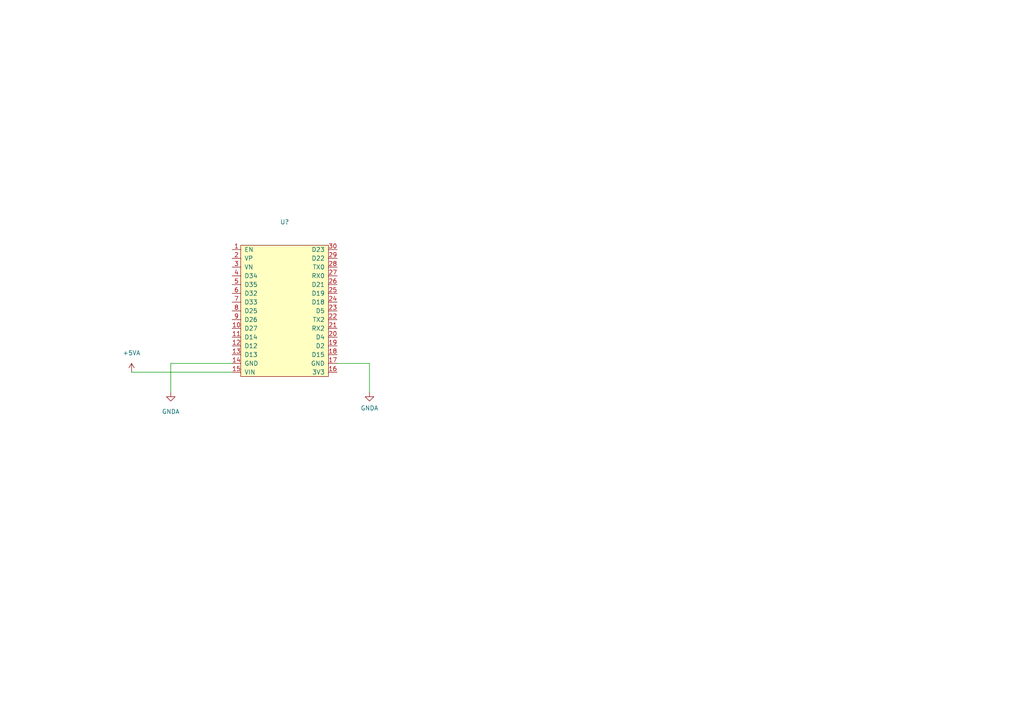
<source format=kicad_sch>
(kicad_sch (version 20211123) (generator eeschema)
  (paper "A4")
  (lib_symbols
    (symbol "knownParts:ESP32-WROOM-32D" (pin_names (offset 1.016))
      (property "Reference" "U" (at 0 -21.59 0))
      (property "Value" "ESP32-WROOM-32D" (at 0 21.59 0))
      (property "Footprint" "knownParts:ESP32-DEVKIT" (at -1.27 1.27 0))
      (symbol "ESP32-WROOM-32D_0_1"
        (rectangle (start -12.7 19.05) (end 12.7 -19.05) (fill (type background)))
      )
      (symbol "ESP32-WROOM-32D_1_1"
        (pin input line (at -15.24 17.78 0) (length 2.54) (name "EN") (number "1"))
        (pin input line (at -15.24 -5.08 0) (length 2.54) (name "D27") (number "10"))
        (pin input line (at -15.24 -7.62 0) (length 2.54) (name "D14") (number "11"))
        (pin input line (at -15.24 -10.16 0) (length 2.54) (name "D12") (number "12"))
        (pin input line (at -15.24 -12.7 0) (length 2.54) (name "D13") (number "13"))
        (pin input line (at -15.24 -15.24 0) (length 2.54) (name "GND") (number "14"))
        (pin power_in line (at -15.24 -17.78 0) (length 2.54) (name "VIN") (number "15"))
        (pin power_out line (at 15.24 -17.78 180) (length 2.54) (name "3V3") (number "16"))
        (pin input line (at 15.24 -15.24 180) (length 2.54) (name "GND") (number "17"))
        (pin input line (at 15.24 -12.7 180) (length 2.54) (name "D15") (number "18"))
        (pin input line (at 15.24 -10.16 180) (length 2.54) (name "D2") (number "19"))
        (pin input line (at -15.24 15.24 0) (length 2.54) (name "VP") (number "2"))
        (pin input line (at 15.24 -7.62 180) (length 2.54) (name "D4") (number "20"))
        (pin input line (at 15.24 -5.08 180) (length 2.54) (name "RX2") (number "21"))
        (pin input line (at 15.24 -2.54 180) (length 2.54) (name "TX2") (number "22"))
        (pin input line (at 15.24 0 180) (length 2.54) (name "D5") (number "23"))
        (pin input line (at 15.24 2.54 180) (length 2.54) (name "D18") (number "24"))
        (pin input line (at 15.24 5.08 180) (length 2.54) (name "D19") (number "25"))
        (pin input line (at 15.24 7.62 180) (length 2.54) (name "D21") (number "26"))
        (pin input line (at 15.24 10.16 180) (length 2.54) (name "RX0") (number "27"))
        (pin input line (at 15.24 12.7 180) (length 2.54) (name "TX0") (number "28"))
        (pin input line (at 15.24 15.24 180) (length 2.54) (name "D22") (number "29"))
        (pin input line (at -15.24 12.7 0) (length 2.54) (name "VN") (number "3"))
        (pin input line (at 15.24 17.78 180) (length 2.54) (name "D23") (number "30"))
        (pin input line (at -15.24 10.16 0) (length 2.54) (name "D34") (number "4"))
        (pin input line (at -15.24 7.62 0) (length 2.54) (name "D35") (number "5"))
        (pin input line (at -15.24 5.08 0) (length 2.54) (name "D32") (number "6"))
        (pin input line (at -15.24 2.54 0) (length 2.54) (name "D33") (number "7"))
        (pin input line (at -15.24 0 0) (length 2.54) (name "D25") (number "8"))
        (pin input line (at -15.24 -2.54 0) (length 2.54) (name "D26") (number "9"))
      )
    )
    (symbol "power:+5VA" (power) (pin_names (offset 0))
      (property "Value" "+5VA" (at 0 3.556 0))
      (symbol "+5VA_0_1"
        (polyline (pts (xy -0.762 1.27) (xy 0 2.54)))
        (polyline (pts (xy 0 0) (xy 0 2.54)))
        (polyline (pts (xy 0 2.54) (xy 0.762 1.27)))
      )
      (symbol "+5VA_1_1"
        (pin power_in line (at 0 0 90) (length 0) hide (name "+5VA") (number "1"))
      )
    )
    (symbol "power:GNDA" (power) (pin_names (offset 0))
      (property "Value" "GNDA" (at 0 -3.81 0))
      (symbol "GNDA_0_1"
        (polyline (pts (xy 0 0) (xy 0 -1.27) (xy 1.27 -1.27) (xy 0 -2.54) (xy -1.27 -1.27) (xy 0 -1.27)))
      )
      (symbol "GNDA_1_1"
        (pin power_in line (at 0 0 270) (length 0) hide (name "GNDA") (number "1"))
      )
    )
  )
  (wire (pts (xy 49.53 113.792) (xy 49.53 105.41)))
  (wire (pts (xy 107.161 113.792) (xy 107.161 105.41)))
  (wire (pts (xy 49.53 105.41) (xy 67.31 105.41)))
  (wire (pts (xy 97.79 105.41) (xy 107.161 105.41)))
  (wire (pts (xy 38.1626 107.95) (xy 67.31 107.95)))
  (symbol (lib_id "knownParts:ESP32-WROOM-32D") (at 82.55 90.17 0) (unit 1)
    (property "Reference" "U?" (at 82.55 64.389 0))
  )
  (symbol (lib_id "power:+5VA") (at 38.1626 107.95 0) (unit 1)
    (property "Reference" "#PWR?" (effects hide))
  )
  (symbol (lib_id "power:GNDA") (at 49.53 113.792 0) (unit 1)
    (property "Reference" "#PWR?" (effects hide))
  )
  (symbol (lib_id "power:GNDA") (at 107.161 113.792 0) (unit 1)
    (property "Reference" "#PWR?" (effects hide))
  )
)
</source>
